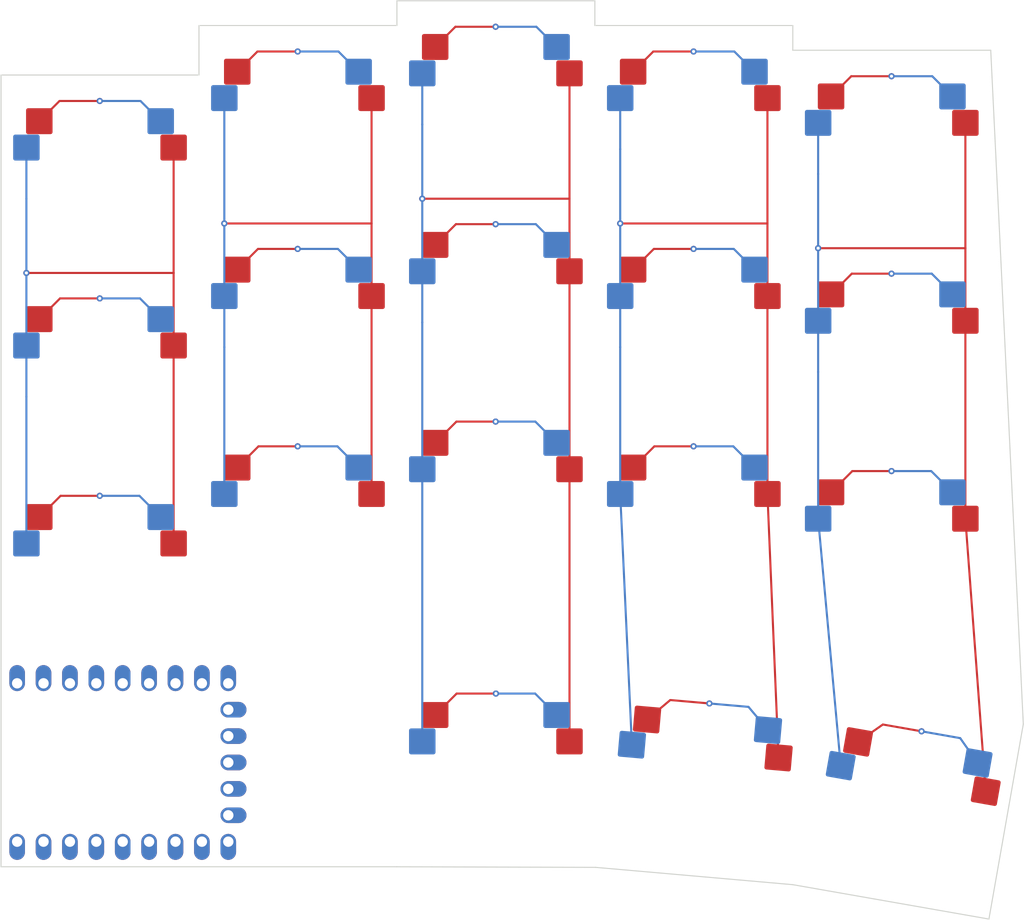
<source format=kicad_pcb>
(kicad_pcb (version 20241229) (generator "pcbnew") (generator_version "9.0")
  (layers (0 "F.Cu" signal) (2 "B.Cu" signal) (13 "F.Paste" user) (15 "B.Paste" user) (5 "F.SilkS" user "F.Silkscreen") (7 "B.SilkS" user "B.Silkscreen") (1 "F.Mask" user) (3 "B.Mask" user) (25 "Edge.Cuts" user))
  (net 0 "")
  (net 1 "Net-(D1-A)")
  (net 2 "Net-(D2-A)")
  (net 3 "Net-(D3-A)")
  (net 4 "Net-(D4-A)")
  (net 5 "Net-(D5-A)")
  (net 6 "Net-(D6-A)")
  (net 7 "Net-(D7-A)")
  (net 8 "Net-(D8-A)")
  (net 9 "Net-(D9-A)")
  (net 10 "Net-(D10-A)")
  (net 11 "Net-(D11-A)")
  (net 12 "Net-(D12-A)")
  (net 13 "Net-(D13-A)")
  (net 14 "Net-(D14-A)")
  (net 15 "Net-(D15-A)")
  (net 16 "Net-(S1-2-Pad1)")
  (net 17 "Net-(S12-2-Pad1)")
  (net 18 "Net-(S13-2-Pad1)")
  (net 19 "Net-(S14-2-Pad1)")
  (net 20 "Net-(S10-2-Pad1)")
  (net 21 "Net-(D16-A)")
  (net 22 "Net-(D17-A)")
  (net 23 "Net-(D18-A)")
  (net 28 "GND")
  (net 45 "+5V")
  (footprint "MX_Hotswap:MX-Hotswap-1U" (layer "F.Cu") (at 191.526571 94.057884)
    (property "Reference" "S10")
    (property "Value" "Keyswitch")
  )
  (footprint "MX_Hotswap:MX-Hotswap-1U" (layer "F.Cu") (at 193.151573 138.064129 -10)
    (property "Reference" "S18")
    (property "Value" "Keyswitch")
  )
  (footprint "MX_Hotswap:MX-Hotswap-1U" (layer "F.Cu") (at 191.526571 75.007885)
    (property "Reference" "S5")
    (property "Value" "Keyswitch")
  )
  (footprint "MX_Hotswap:MX-Hotswap-1U" (layer "F.Cu") (at 191.526578 113.107879)
    (property "Reference" "S15")
    (property "Value" "Keyswitch")
  )
  (footprint "MX_Hotswap:MX-Hotswap-1U" (layer "F.Cu") (at 153.426576 134.53913)
    (property "Reference" "S16")
    (property "Value" "Keyswitch")
  )
  (footprint "MX_Hotswap:MX-Hotswap-1U" (layer "F.Cu") (at 134.376567 110.726637)
    (property "Reference" "S12")
    (property "Value" "Keyswitch")
  )
  (footprint "ScottoKeebs_MCU:RP2040_Zero" (layer "F.Cu") (at 117.511574 134.029121 90)
    (property "Reference" "U1" (hide yes))
    (property "Value" "RP2040_Zero" (hide yes))
  )
  (footprint "MX_Hotswap:MX-Hotswap-1U" (layer "F.Cu") (at 172.476564 91.67663)
    (property "Reference" "S9")
    (property "Value" "Keyswitch")
  )
  (footprint "MX_Hotswap:MX-Hotswap-1U" (layer "F.Cu") (at 153.426571 108.345381)
    (property "Reference" "S13")
    (property "Value" "Keyswitch")
  )
  (footprint "MX_Hotswap:MX-Hotswap-1U" (layer "F.Cu") (at 115.326583 115.489129)
    (property "Reference" "S11")
    (property "Value" "Keyswitch")
  )
  (footprint "MX_Hotswap:MX-Hotswap-1U" (layer "F.Cu") (at 172.476565 110.726634)
    (property "Reference" "S14")
    (property "Value" "Keyswitch")
  )
  (footprint "MX_Hotswap:MX-Hotswap-1U" (layer "F.Cu") (at 153.42656 70.245377)
    (property "Reference" "S3")
    (property "Value" "Keyswitch")
  )
  (footprint "MX_Hotswap:MX-Hotswap-1U" (layer "F.Cu") (at 134.376569 91.676626)
    (property "Reference" "S7")
    (property "Value" "Keyswitch")
  )
  (footprint "MX_Hotswap:MX-Hotswap-1U" (layer "F.Cu") (at 115.326572 77.389128)
    (property "Reference" "S1-2")
    (property "Value" "Keyswitch")
  )
  (footprint "MX_Hotswap:MX-Hotswap-1U" (layer "F.Cu") (at 172.476579 72.626632)
    (property "Reference" "S4")
    (property "Value" "Keyswitch")
  )
  (footprint "MX_Hotswap:MX-Hotswap-1U" (layer "F.Cu") (at 173.35157 135.464131 -5)
    (property "Reference" "S17")
    (property "Value" "Keyswitch")
  )
  (footprint "MX_Hotswap:MX-Hotswap-1U" (layer "F.Cu") (at 134.376568 72.626626)
    (property "Reference" "S2")
    (property "Value" "Keyswitch")
  )
  (footprint "MX_Hotswap:MX-Hotswap-1U" (layer "F.Cu") (at 115.326569 96.439119)
    (property "Reference" "S6")
    (property "Value" "Keyswitch")
  )
  (footprint "MX_Hotswap:MX-Hotswap-1U" (layer "F.Cu") (at 153.426571 89.295387)
    (property "Reference" "S8")
    (property "Value" "Keyswitch")
  )
  (footprint "MX_Hotswap:MX-Hotswap-1U" (layer "B.Cu") (at 193.151573 138.064129 170)
    (property "Reference" "S18-2")
    (property "Value" "Keyswitch")
  )
  (footprint "MX_Hotswap:MX-Hotswap-1U" (layer "B.Cu") (at 134.376568 72.626626 180)
    (property "Reference" "S2-2")
    (property "Value" "Keyswitch")
  )
  (footprint "MX_Hotswap:MX-Hotswap-1U" (layer "B.Cu") (at 172.476579 72.626632 180)
    (property "Reference" "S4-2")
    (property "Value" "Keyswitch")
  )
  (footprint "MX_Hotswap:MX-Hotswap-1U" (layer "B.Cu") (at 115.326583 115.489129 180)
    (property "Reference" "S11-2")
    (property "Value" "Keyswitch")
  )
  (footprint "MX_Hotswap:MX-Hotswap-1U" (layer "B.Cu") (at 172.476565 110.726634 180)
    (property "Reference" "S14-2")
    (property "Value" "Keyswitch")
  )
  (footprint "MX_Hotswap:MX-Hotswap-1U" (layer "B.Cu") (at 191.526571 94.057884 180)
    (property "Reference" "S10-2")
    (property "Value" "Keyswitch")
  )
  (footprint "MX_Hotswap:MX-Hotswap-1U" (layer "B.Cu") (at 153.426571 89.295387 180)
    (property "Reference" "S8-2")
    (property "Value" "Keyswitch")
  )
  (footprint "MX_Hotswap:MX-Hotswap-1U" (layer "B.Cu") (at 173.35157 135.464131 175)
    (property "Reference" "S17-2")
    (property "Value" "Keyswitch")
  )
  (footprint "MX_Hotswap:MX-Hotswap-1U" (layer "B.Cu") (at 134.376569 91.676626 180)
    (property "Reference" "S7-2")
    (property "Value" "Keyswitch")
  )
  (footprint "MX_Hotswap:MX-Hotswap-1U" (layer "B.Cu") (at 153.426571 108.345381 180)
    (property "Reference" "S13-2")
    (property "Value" "Keyswitch")
  )
  (footprint "MX_Hotswap:MX-Hotswap-1U" (layer "B.Cu") (at 172.476564 91.67663 180)
    (property "Reference" "S9-2")
    (property "Value" "Keyswitch")
  )
  (footprint "MX_Hotswap:MX-Hotswap-1U" (layer "B.Cu") (at 115.326569 96.439119 180)
    (property "Reference" "S6-2")
    (property "Value" "Keyswitch")
  )
  (footprint "MX_Hotswap:MX-Hotswap-1U" (layer "B.Cu") (at 115.326572 77.389128 180)
    (property "Reference" "S1")
    (property "Value" "Keyswitch")
  )
  (footprint "MX_Hotswap:MX-Hotswap-1U" (layer "B.Cu") (at 191.526571 75.007885 180)
    (property "Reference" "S5-2")
    (property "Value" "Keyswitch")
  )
  (footprint "MX_Hotswap:MX-Hotswap-1U" (layer "B.Cu") (at 134.376567 110.726637 180)
    (property "Reference" "S12-2")
    (property "Value" "Keyswitch")
  )
  (footprint "MX_Hotswap:MX-Hotswap-1U" (layer "B.Cu") (at 191.526578 113.107879 180)
    (property "Reference" "S15-2")
    (property "Value" "Keyswitch")
  )
  (footprint "MX_Hotswap:MX-Hotswap-1U" (layer "B.Cu") (at 153.426576 134.53913 180)
    (property "Reference" "S16-2")
    (property "Value" "Keyswitch")
  )
  (footprint "MX_Hotswap:MX-Hotswap-1U" (layer "B.Cu") (at 153.42656 70.245377 180)
    (property "Reference" "S3-2")
    (property "Value" "Keyswitch")
  )
  (gr_line (start 182.001565 65.482876) (end 201.051572 65.48288) (stroke (width 0.1)) (layer "Edge.Cuts"))
  (gr_line (start 182.001571 63.101624) (end 182.001565 65.482876) (stroke (width 0.1)) (layer "Edge.Cuts"))
  (gr_line (start 162.95158 60.72039) (end 162.951571 63.101627) (stroke (width 0.1)) (layer "Edge.Cuts"))
  (gr_line (start 143.901569 60.720394) (end 162.95158 60.72039) (stroke (width 0.1)) (layer "Edge.Cuts"))
  (gr_line (start 182.017281 145.790426) (end 200.87787 149.098421) (stroke (width 0.1)) (layer "Edge.Cuts"))
  (gr_line (start 105.801567 142.664138) (end 105.80158 144.064134) (stroke (width 0.1)) (layer "Edge.Cuts"))
  (gr_line (start 162.951571 63.101627) (end 182.001571 63.101624) (stroke (width 0.1)) (layer "Edge.Cuts"))
  (gr_line (start 124.85157 67.864127) (end 124.851562 63.101625) (stroke (width 0.1)) (layer "Edge.Cuts"))
  (gr_line (start 204.185865 130.337832) (end 201.051572 65.48288) (stroke (width 0.1)) (layer "Edge.Cuts"))
  (gr_line (start 200.87787 149.098421) (end 204.185865 130.337832) (stroke (width 0.1)) (layer "Edge.Cuts"))
  (gr_line (start 143.901578 144.064131) (end 105.80158 144.064134) (stroke (width 0.1)) (layer "Edge.Cuts"))
  (gr_line (start 105.801569 67.864137) (end 124.85157 67.864127) (stroke (width 0.1)) (layer "Edge.Cuts"))
  (gr_line (start 143.901578 144.064131) (end 163.032658 144.122729) (stroke (width 0.1)) (layer "Edge.Cuts"))
  (gr_line (start 105.80157 125.014132) (end 105.801572 141.864128) (stroke (width 0.1)) (layer "Edge.Cuts"))
  (gr_line (start 124.851562 63.101625) (end 143.901579 63.10163) (stroke (width 0.1)) (layer "Edge.Cuts"))
  (gr_line (start 163.032658 144.122729) (end 182.017281 145.790426) (stroke (width 0.1)) (layer "Edge.Cuts"))
  (gr_line (start 143.901579 63.10163) (end 143.901569 60.720394) (stroke (width 0.1)) (layer "Edge.Cuts"))
  (gr_line (start 105.801569 67.864137) (end 105.80157 125.014132) (stroke (width 0.1)) (layer "Edge.Cuts"))
  (gr_line (start 105.801572 141.864128) (end 105.801567 142.664138) (stroke (width 0.1)) (layer "Edge.Cuts"))
  (segment (start 109.48457 72.30913) (end 111.429566 70.364137) (width 0.2) (layer "F.Cu") (net 1))
  (segment (start 111.429566 70.364137) (end 115.301571 70.364131) (width 0.2) (layer "F.Cu") (net 1))
  (via (at 115.301571 70.364131) (size 0.6) (drill 0.3) (layers "F.Cu" "B.Cu") (net 1))
  (segment (start 119.223571 70.364128) (end 121.168563 72.30913) (width 0.2) (layer "B.Cu") (net 1))
  (segment (start 115.301571 70.364131) (end 119.223571 70.364128) (width 0.2) (layer "B.Cu") (net 1))
  (segment (start 128.53457 67.546633) (end 130.479576 65.601637) (width 0.2) (layer "F.Cu") (net 2))
  (segment (start 130.479576 65.601637) (end 134.351569 65.601627) (width 0.2) (layer "F.Cu") (net 2))
  (via (at 134.351569 65.601627) (size 0.6) (drill 0.3) (layers "F.Cu" "B.Cu") (net 2))
  (segment (start 138.273572 65.601633) (end 140.21857 67.546627) (width 0.2) (layer "B.Cu") (net 2))
  (segment (start 134.351569 65.601627) (end 138.273572 65.601633) (width 0.2) (layer "B.Cu") (net 2))
  (segment (start 149.529574 63.22038) (end 153.401579 63.220376) (width 0.2) (layer "F.Cu") (net 3))
  (segment (start 147.584579 65.165381) (end 149.529574 63.22038) (width 0.2) (layer "F.Cu") (net 3))
  (via (at 153.401579 63.220376) (size 0.6) (drill 0.3) (layers "F.Cu" "B.Cu") (net 3))
  (segment (start 157.323571 63.220383) (end 159.268582 65.165381) (width 0.2) (layer "B.Cu") (net 3))
  (segment (start 153.401579 63.220376) (end 157.323571 63.220383) (width 0.2) (layer "B.Cu") (net 3))
  (segment (start 166.634577 67.546633) (end 168.579576 65.60163) (width 0.2) (layer "F.Cu") (net 4))
  (segment (start 168.579576 65.60163) (end 172.451571 65.601637) (width 0.2) (layer "F.Cu") (net 4))
  (via (at 172.451571 65.601637) (size 0.6) (drill 0.3) (layers "F.Cu" "B.Cu") (net 4))
  (segment (start 172.451571 65.601637) (end 176.373577 65.601632) (width 0.2) (layer "B.Cu") (net 4))
  (segment (start 176.373577 65.601632) (end 178.318576 67.546638) (width 0.2) (layer "B.Cu") (net 4))
  (segment (start 187.629572 67.98288) (end 191.501576 67.982879) (width 0.2) (layer "F.Cu") (net 5))
  (segment (start 185.684573 69.927887) (end 187.629572 67.98288) (width 0.2) (layer "F.Cu") (net 5))
  (via (at 191.501576 67.982879) (size 0.6) (drill 0.3) (layers "F.Cu" "B.Cu") (net 5))
  (segment (start 191.501576 67.982879) (end 195.423572 67.982871) (width 0.2) (layer "B.Cu") (net 5))
  (segment (start 195.423572 67.982871) (end 197.368569 69.927881) (width 0.2) (layer "B.Cu") (net 5))
  (segment (start 109.484567 91.359129) (end 111.479578 89.364136) (width 0.2) (layer "F.Cu") (net 6))
  (segment (start 111.479578 89.364136) (end 115.301568 89.36413) (width 0.2) (layer "F.Cu") (net 6))
  (via (at 115.301568 89.36413) (size 0.6) (drill 0.3) (layers "F.Cu" "B.Cu") (net 6))
  (segment (start 119.173573 89.364132) (end 121.168575 91.359138) (width 0.2) (layer "B.Cu") (net 6))
  (segment (start 115.301568 89.36413) (end 119.173573 89.364132) (width 0.2) (layer "B.Cu") (net 6))
  (segment (start 128.534565 86.596631) (end 130.529579 84.601638) (width 0.2) (layer "F.Cu") (net 7))
  (segment (start 130.529579 84.601638) (end 134.351565 84.601636) (width 0.2) (layer "F.Cu") (net 7))
  (via (at 134.351565 84.601636) (size 0.6) (drill 0.3) (layers "F.Cu" "B.Cu") (net 7))
  (segment (start 134.351565 84.601636) (end 138.223571 84.601635) (width 0.2) (layer "B.Cu") (net 7))
  (segment (start 138.223571 84.601635) (end 140.218571 86.596624) (width 0.2) (layer "B.Cu") (net 7))
  (segment (start 147.584571 84.215376) (end 149.579566 82.220382) (width 0.2) (layer "F.Cu") (net 8))
  (segment (start 149.579566 82.220382) (end 153.401571 82.220374) (width 0.2) (layer "F.Cu") (net 8))
  (via (at 153.401571 82.220374) (size 0.6) (drill 0.3) (layers "F.Cu" "B.Cu") (net 8))
  (segment (start 153.401571 82.220374) (end 157.273569 82.220381) (width 0.2) (layer "B.Cu") (net 8))
  (segment (start 157.273569 82.220381) (end 159.268572 84.215383) (width 0.2) (layer "B.Cu") (net 8))
  (segment (start 166.634576 86.596638) (end 168.629568 84.601634) (width 0.2) (layer "F.Cu") (net 9))
  (segment (start 168.629568 84.601634) (end 172.451567 84.601633) (width 0.2) (layer "F.Cu") (net 9))
  (via (at 172.451567 84.601633) (size 0.6) (drill 0.3) (layers "F.Cu" "B.Cu") (net 9))
  (segment (start 172.451567 84.601633) (end 176.323575 84.60163) (width 0.2) (layer "B.Cu") (net 9))
  (segment (start 176.323575 84.60163) (end 178.318563 86.596632) (width 0.2) (layer "B.Cu") (net 9))
  (segment (start 187.679581 86.982885) (end 191.501576 86.982877) (width 0.2) (layer "F.Cu") (net 10))
  (segment (start 185.68457 88.97788) (end 187.679581 86.982885) (width 0.2) (layer "F.Cu") (net 10))
  (via (at 191.501576 86.982877) (size 0.6) (drill 0.3) (layers "F.Cu" "B.Cu") (net 10))
  (segment (start 191.501576 86.982877) (end 195.373576 86.982886) (width 0.2) (layer "B.Cu") (net 10))
  (segment (start 195.373576 86.982886) (end 197.368577 88.97788) (width 0.2) (layer "B.Cu") (net 10))
  (segment (start 111.529564 108.364134) (end 109.484566 110.409124) (width 0.2) (layer "F.Cu") (net 11))
  (segment (start 115.301571 108.364131) (end 111.529564 108.364134) (width 0.2) (layer "F.Cu") (net 11))
  (via (at 115.301571 108.364131) (size 0.6) (drill 0.3) (layers "F.Cu" "B.Cu") (net 11))
  (segment (start 115.301571 108.364131) (end 119.123575 108.364128) (width 0.2) (layer "B.Cu") (net 11))
  (segment (start 119.123575 108.364128) (end 121.168573 110.409131) (width 0.2) (layer "B.Cu") (net 11))
  (segment (start 130.579574 103.601624) (end 134.35157 103.601626) (width 0.2) (layer "F.Cu") (net 12))
  (segment (start 128.534567 105.646629) (end 130.579574 103.601624) (width 0.2) (layer "F.Cu") (net 12))
  (via (at 134.35157 103.601626) (size 0.6) (drill 0.3) (layers "F.Cu" "B.Cu") (net 12))
  (segment (start 134.35157 103.601626) (end 138.173567 103.601635) (width 0.2) (layer "B.Cu") (net 12))
  (segment (start 138.173567 103.601635) (end 140.218569 105.646624) (width 0.2) (layer "B.Cu") (net 12))
  (segment (start 147.584573 103.26538) (end 149.629564 101.220379) (width 0.2) (layer "F.Cu") (net 13))
  (segment (start 149.629564 101.220379) (end 153.401579 101.220388) (width 0.2) (layer "F.Cu") (net 13))
  (via (at 153.401579 101.220388) (size 0.6) (drill 0.3) (layers "F.Cu" "B.Cu") (net 13))
  (segment (start 153.401579 101.220388) (end 157.223572 101.220396) (width 0.2) (layer "B.Cu") (net 13))
  (segment (start 157.223572 101.220396) (end 159.268574 103.265379) (width 0.2) (layer "B.Cu") (net 13))
  (segment (start 168.679577 103.601631) (end 172.451571 103.601629) (width 0.2) (layer "F.Cu") (net 14))
  (segment (start 166.634572 105.646631) (end 168.679577 103.601631) (width 0.2) (layer "F.Cu") (net 14))
  (via (at 172.451571 103.601629) (size 0.6) (drill 0.3) (layers "F.Cu" "B.Cu") (net 14))
  (segment (start 172.451571 103.601629) (end 176.273565 103.601628) (width 0.2) (layer "B.Cu") (net 14))
  (segment (start 176.273565 103.601628) (end 178.318567 105.646636) (width 0.2) (layer "B.Cu") (net 14))
  (segment (start 187.72957 105.982884) (end 191.501564 105.982886) (width 0.2) (layer "F.Cu") (net 15))
  (segment (start 185.68457 108.027876) (end 187.72957 105.982884) (width 0.2) (layer "F.Cu") (net 15))
  (via (at 191.501564 105.982886) (size 0.6) (drill 0.3) (layers "F.Cu" "B.Cu") (net 15))
  (segment (start 195.323576 105.982879) (end 197.368563 108.027887) (width 0.2) (layer "B.Cu") (net 15))
  (segment (start 191.501564 105.982886) (end 195.323576 105.982879) (width 0.2) (layer "B.Cu") (net 15))
  (segment (start 122.411574 74.849126) (end 122.411562 86.914133) (width 0.2) (layer "F.Cu") (net 16))
  (segment (start 122.411562 86.914133) (end 108.241568 86.91413) (width 0.2) (layer "F.Cu") (net 16))
  (segment (start 122.411562 86.914133) (end 122.411572 112.949125) (width 0.2) (layer "F.Cu") (net 16))
  (via (at 108.241568 86.91413) (size 0.6) (drill 0.3) (layers "F.Cu" "B.Cu") (net 16))
  (segment (start 108.241574 98.820383) (end 108.241575 112.94913) (width 0.2) (layer "B.Cu") (net 16))
  (segment (start 108.241567 79.770377) (end 108.241568 86.91413) (width 0.2) (layer "B.Cu") (net 16))
  (segment (start 108.241575 74.84913) (end 108.241567 79.770377) (width 0.2) (layer "B.Cu") (net 16))
  (segment (start 108.241568 86.91413) (end 108.241574 98.820383) (width 0.2) (layer "B.Cu") (net 16))
  (segment (start 141.46158 82.151629) (end 127.291568 82.151626) (width 0.2) (layer "F.Cu") (net 17))
  (segment (start 141.461581 70.086629) (end 141.46158 82.151629) (width 0.2) (layer "F.Cu") (net 17))
  (segment (start 141.46158 82.151629) (end 141.461571 108.186628) (width 0.2) (layer "F.Cu") (net 17))
  (via (at 127.291568 82.151626) (size 0.6) (drill 0.3) (layers "F.Cu" "B.Cu") (net 17))
  (segment (start 127.291568 82.151626) (end 127.291563 94.057885) (width 0.2) (layer "B.Cu") (net 17))
  (segment (start 127.291576 70.086633) (end 127.291568 82.151626) (width 0.2) (layer "B.Cu") (net 17))
  (segment (start 127.291563 94.057885) (end 127.291576 108.186641) (width 0.2) (layer "B.Cu") (net 17))
  (segment (start 160.511571 79.770379) (end 160.511579 105.805377) (width 0.2) (layer "F.Cu") (net 18))
  (segment (start 160.511568 67.705382) (end 160.511571 79.770379) (width 0.2) (layer "F.Cu") (net 18))
  (segment (start 160.511571 79.770379) (end 146.341571 79.770394) (width 0.2) (layer "F.Cu") (net 18))
  (segment (start 160.511571 131.999133) (end 160.511579 105.805377) (width 0.2) (layer "F.Cu") (net 18))
  (via (at 146.341571 79.770394) (size 0.6) (drill 0.3) (layers "F.Cu" "B.Cu") (net 18))
  (segment (start 146.341571 79.770394) (end 146.34157 91.67664) (width 0.2) (layer "B.Cu") (net 18))
  (segment (start 146.341569 105.805373) (end 146.341573 131.999122) (width 0.2) (layer "B.Cu") (net 18))
  (segment (start 146.34157 91.67664) (end 146.341569 105.805373) (width 0.2) (layer "B.Cu") (net 18))
  (segment (start 146.341572 67.705377) (end 146.341576 72.626632) (width 0.2) (layer "B.Cu") (net 18))
  (segment (start 146.341576 72.626632) (end 146.341571 79.770394) (width 0.2) (layer "B.Cu") (net 18))
  (segment (start 179.561572 82.151629) (end 179.561578 108.186634) (width 0.2) (layer "F.Cu") (net 19))
  (segment (start 179.561572 82.151629) (end 165.391572 82.151624) (width 0.2) (layer "F.Cu") (net 19))
  (segment (start 179.561577 70.086639) (end 179.561572 82.151629) (width 0.2) (layer "F.Cu") (net 19))
  (segment (start 180.630997 133.5513) (end 179.561578 108.186634) (width 0.2) (layer "F.Cu") (net 19))
  (via (at 165.391572 82.151624) (size 0.6) (drill 0.3) (layers "F.Cu" "B.Cu") (net 19))
  (segment (start 165.39157 108.186625) (end 166.514911 132.316302) (width 0.2) (layer "B.Cu") (net 19))
  (segment (start 165.391572 70.086633) (end 165.391571 75.007872) (width 0.2) (layer "B.Cu") (net 19))
  (segment (start 165.391563 94.057879) (end 165.39157 108.186625) (width 0.2) (layer "B.Cu") (net 19))
  (segment (start 165.391572 82.151624) (end 165.391563 94.057879) (width 0.2) (layer "B.Cu") (net 19))
  (segment (start 165.391571 75.007872) (end 165.391572 82.151624) (width 0.2) (layer "B.Cu") (net 19))
  (segment (start 198.61157 72.467881) (end 198.611569 84.532878) (width 0.2) (layer "F.Cu") (net 20))
  (segment (start 200.569999 136.793011) (end 198.611569 110.567879) (width 0.2) (layer "F.Cu") (net 20))
  (segment (start 198.611569 84.532878) (end 198.611569 110.567879) (width 0.2) (layer "F.Cu") (net 20))
  (segment (start 198.611569 84.532878) (end 184.441573 84.532882) (width 0.2) (layer "F.Cu") (net 20))
  (via (at 184.441573 84.532882) (size 0.6) (drill 0.3) (layers "F.Cu" "B.Cu") (net 20))
  (segment (start 184.441569 110.567881) (end 186.615275 134.332422) (width 0.2) (layer "B.Cu") (net 20))
  (segment (start 184.441568 72.467884) (end 184.441575 77.38914) (width 0.2) (layer "B.Cu") (net 20))
  (segment (start 184.441573 84.532882) (end 184.441576 96.439129) (width 0.2) (layer "B.Cu") (net 20))
  (segment (start 184.441575 77.38914) (end 184.441573 84.532882) (width 0.2) (layer "B.Cu") (net 20))
  (segment (start 184.441576 96.439129) (end 184.441569 110.567881) (width 0.2) (layer "B.Cu") (net 20))
  (segment (start 147.584569 129.459127) (end 149.648319 127.395384) (width 0.2) (layer "F.Cu") (net 21))
  (segment (start 149.648319 127.395384) (end 153.42657 127.395383) (width 0.2) (layer "F.Cu") (net 21))
  (via (at 153.42657 127.395383) (size 0.6) (drill 0.3) (layers "F.Cu" "B.Cu") (net 21))
  (segment (start 153.42657 127.395383) (end 157.204827 127.395379) (width 0.2) (layer "B.Cu") (net 21))
  (segment (start 157.204827 127.395379) (end 159.268567 129.459131) (width 0.2) (layer "B.Cu") (net 21))
  (segment (start 167.974559 129.894302) (end 170.210316 128.018277) (width 0.2) (layer "F.Cu") (net 22))
  (segment (start 170.210316 128.018277) (end 173.974192 128.34757) (width 0.2) (layer "F.Cu") (net 22))
  (via (at 173.974192 128.34757) (size 0.6) (drill 0.3) (layers "F.Cu" "B.Cu") (net 22))
  (segment (start 173.974192 128.34757) (end 177.738061 128.676863) (width 0.2) (layer "B.Cu") (net 22))
  (segment (start 177.738061 128.676863) (end 179.614092 130.912628) (width 0.2) (layer "B.Cu") (net 22))
  (segment (start 190.671221 130.372822) (end 194.392071 131.028908) (width 0.2) (layer "F.Cu") (net 23))
  (segment (start 188.28046 132.046853) (end 190.671221 130.372822) (width 0.2) (layer "F.Cu") (net 23))
  (via (at 194.392071 131.028908) (size 0.6) (drill 0.3) (layers "F.Cu" "B.Cu") (net 23))
  (segment (start 198.112923 131.684996) (end 199.786953 134.075757) (width 0.2) (layer "B.Cu") (net 23))
  (segment (start 194.392071 131.028908) (end 198.112923 131.684996) (width 0.2) (layer "B.Cu") (net 23))
)
</source>
